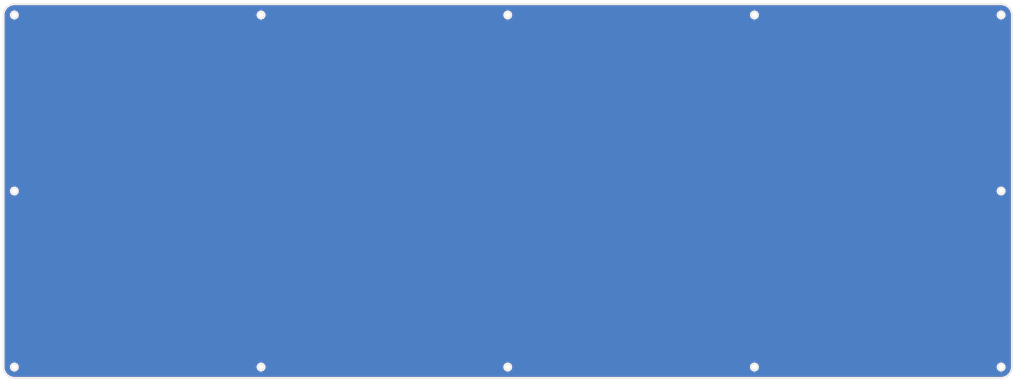
<source format=kicad_pcb>
(kicad_pcb (version 20171130) (host pcbnew "(5.0.0)")

  (general
    (thickness 1.6)
    (drawings 1)
    (tracks 0)
    (zones 0)
    (modules 2)
    (nets 2)
  )

  (page A4)
  (layers
    (0 F.Cu signal)
    (31 B.Cu signal)
    (32 B.Adhes user)
    (33 F.Adhes user)
    (34 B.Paste user)
    (35 F.Paste user)
    (36 B.SilkS user)
    (37 F.SilkS user)
    (38 B.Mask user)
    (39 F.Mask user)
    (40 Dwgs.User user)
    (41 Cmts.User user)
    (42 Eco1.User user)
    (43 Eco2.User user)
    (44 Edge.Cuts user)
    (45 Margin user)
    (46 B.CrtYd user)
    (47 F.CrtYd user)
    (48 B.Fab user)
    (49 F.Fab user)
  )

  (setup
    (last_trace_width 0.25)
    (trace_clearance 0.2)
    (zone_clearance 0.381)
    (zone_45_only no)
    (trace_min 0.2)
    (segment_width 0.2)
    (edge_width 0.15)
    (via_size 0.8)
    (via_drill 0.4)
    (via_min_size 0.4)
    (via_min_drill 0.3)
    (uvia_size 0.3)
    (uvia_drill 0.1)
    (uvias_allowed no)
    (uvia_min_size 0.2)
    (uvia_min_drill 0.1)
    (pcb_text_width 0.3)
    (pcb_text_size 1.5 1.5)
    (mod_edge_width 0.15)
    (mod_text_size 1 1)
    (mod_text_width 0.15)
    (pad_size 1.524 1.524)
    (pad_drill 0.762)
    (pad_to_mask_clearance 0.2)
    (aux_axis_origin 0 0)
    (visible_elements 7FFFFFFF)
    (pcbplotparams
      (layerselection 0x010f0_ffffffff)
      (usegerberextensions true)
      (usegerberattributes false)
      (usegerberadvancedattributes false)
      (creategerberjobfile false)
      (excludeedgelayer true)
      (linewidth 0.100000)
      (plotframeref false)
      (viasonmask false)
      (mode 1)
      (useauxorigin false)
      (hpglpennumber 1)
      (hpglpenspeed 20)
      (hpglpendiameter 15.000000)
      (psnegative false)
      (psa4output false)
      (plotreference true)
      (plotvalue true)
      (plotinvisibletext false)
      (padsonsilk false)
      (subtractmaskfromsilk true)
      (outputformat 1)
      (mirror false)
      (drillshape 0)
      (scaleselection 1)
      (outputdirectory "Gerbers"))
  )

  (net 0 "")
  (net 1 GND)

  (net_class Default "This is the default net class."
    (clearance 0.2)
    (trace_width 0.25)
    (via_dia 0.8)
    (via_drill 0.4)
    (uvia_dia 0.3)
    (uvia_drill 0.1)
    (add_net GND)
  )

  (module locallib:Outline (layer F.Cu) (tedit 5C38ED93) (tstamp 5CF25EA0)
    (at 17.065625 17.272)
    (path /5C38EB57)
    (fp_text reference O1 (at 3.0226 127.1604 180) (layer Dwgs.User)
      (effects (font (size 1 1) (thickness 0.15)))
    )
    (fp_text value Outline (at 3.0226 128.1604 180) (layer Dwgs.User)
      (effects (font (size 1 1) (thickness 0.15)))
    )
    (fp_circle (center 3.9878 131.0757) (end 5.1378 131.0757) (layer Edge.Cuts) (width 0.2))
    (fp_circle (center 270.734675 4.0132) (end 271.884675 4.0132) (layer Edge.Cuts) (width 0.2))
    (fp_circle (center 359.6503 67.54445) (end 360.8003 67.54445) (layer Edge.Cuts) (width 0.2))
    (fp_circle (center 3.9878 4.0132) (end 5.1378 4.0132) (layer Edge.Cuts) (width 0.2))
    (fp_circle (center 270.734675 131.0757) (end 271.884675 131.0757) (layer Edge.Cuts) (width 0.2))
    (fp_circle (center 359.6503 131.0757) (end 360.8003 131.0757) (layer Edge.Cuts) (width 0.2))
    (fp_circle (center 3.9878 67.54445) (end 5.1378 67.54445) (layer Edge.Cuts) (width 0.2))
    (fp_circle (center 92.903425 131.0757) (end 94.053425 131.0757) (layer Edge.Cuts) (width 0.2))
    (fp_circle (center 181.81905 4.0132) (end 182.96905 4.0132) (layer Edge.Cuts) (width 0.2))
    (fp_line (start 363.6503 4.0132) (end 363.6503 131.0757) (layer Edge.Cuts) (width 0.2))
    (fp_circle (center 359.6503 4.0132) (end 360.8003 4.0132) (layer Edge.Cuts) (width 0.2))
    (fp_arc (start 359.6503 4.0132) (end 363.6503 4.0132) (angle -90) (layer Edge.Cuts) (width 0.2))
    (fp_line (start 3.9878 0.0132) (end 359.6503 0.0132) (layer Edge.Cuts) (width 0.2))
    (fp_line (start -0.0122 131.0757) (end -0.0122 4.0132) (layer Edge.Cuts) (width 0.2))
    (fp_arc (start 359.6503 131.0757) (end 359.6503 135.0757) (angle -90) (layer Edge.Cuts) (width 0.2))
    (fp_circle (center 92.903425 4.0132) (end 94.053425 4.0132) (layer Edge.Cuts) (width 0.2))
    (fp_arc (start 3.9878 131.0757) (end -0.0122 131.0757) (angle -90) (layer Edge.Cuts) (width 0.2))
    (fp_circle (center 181.81905 131.0757) (end 182.96905 131.0757) (layer Edge.Cuts) (width 0.2))
    (fp_line (start 359.6503 135.0757) (end 3.9878 135.0757) (layer Edge.Cuts) (width 0.2))
    (fp_arc (start 3.9878 4.0132) (end 3.9878 0.0132) (angle -90) (layer Edge.Cuts) (width 0.2))
    (pad 1 smd circle (at 114.554 51.308) (size 1.524 1.524) (layers B.Cu)
      (net 1 GND))
    (pad 1 smd circle (at 114.554 51.308) (size 1.524 1.524) (layers F.Cu)
      (net 1 GND))
  )

  (module locallib:ai-10 (layer F.Cu) (tedit 0) (tstamp 5C39201F)
    (at 369.8875 142.08125)
    (fp_text reference G*** (at 0 0) (layer F.SilkS) hide
      (effects (font (size 1.524 1.524) (thickness 0.3)))
    )
    (fp_text value LOGO (at 0.75 0) (layer F.SilkS) hide
      (effects (font (size 1.524 1.524) (thickness 0.3)))
    )
    (fp_poly (pts (xy 0.320843 -1.818105) (xy -0.360947 -1.818105) (xy -0.360947 -2.499894) (xy 0.320843 -2.499894)
      (xy 0.320843 -1.818105)) (layer F.Mask) (width 0.01))
    (fp_poly (pts (xy 1.002632 -0.494631) (xy 0.320843 -0.494631) (xy 0.320843 -1.136315) (xy 1.002632 -1.136315)
      (xy 1.002632 -0.494631)) (layer F.Mask) (width 0.01))
    (fp_poly (pts (xy -0.360947 -0.494631) (xy -1.002631 -0.494631) (xy -1.002631 -1.136315) (xy -0.360947 -1.136315)
      (xy -0.360947 -0.494631)) (layer F.Mask) (width 0.01))
    (fp_poly (pts (xy 1.644316 0.868948) (xy 1.002632 0.868948) (xy 1.002632 0.187158) (xy 1.644316 0.187158)
      (xy 1.644316 0.868948)) (layer F.Mask) (width 0.01))
    (fp_poly (pts (xy 0.320843 0.868948) (xy -0.360947 0.868948) (xy -0.360947 0.187158) (xy 0.320843 0.187158)
      (xy 0.320843 0.868948)) (layer F.Mask) (width 0.01))
    (fp_poly (pts (xy -1.002631 0.868948) (xy -1.684421 0.868948) (xy -1.684421 0.187158) (xy -1.002631 0.187158)
      (xy -1.002631 0.868948)) (layer F.Mask) (width 0.01))
    (fp_poly (pts (xy 2.326106 2.192421) (xy 1.644316 2.192421) (xy 1.644316 1.510632) (xy 2.326106 1.510632)
      (xy 2.326106 2.192421)) (layer F.Mask) (width 0.01))
    (fp_poly (pts (xy -1.684421 2.192421) (xy -2.36621 2.192421) (xy -2.36621 1.510632) (xy -1.684421 1.510632)
      (xy -1.684421 2.192421)) (layer F.Mask) (width 0.01))
    (fp_poly (pts (xy 0.006685 -5.005398) (xy 0.215726 -5.00309) (xy 0.403872 -4.996089) (xy 0.576661 -4.983715)
      (xy 0.739631 -4.965289) (xy 0.898321 -4.94013) (xy 1.058269 -4.907559) (xy 1.225013 -4.866895)
      (xy 1.301271 -4.846453) (xy 1.652509 -4.736578) (xy 1.992868 -4.602961) (xy 2.321058 -4.446269)
      (xy 2.635789 -4.267169) (xy 2.935772 -4.06633) (xy 3.192016 -3.867593) (xy 3.457564 -3.630582)
      (xy 3.70571 -3.375516) (xy 3.935303 -3.104194) (xy 4.145193 -2.818413) (xy 4.334227 -2.519972)
      (xy 4.501255 -2.210668) (xy 4.645124 -1.892299) (xy 4.764683 -1.566664) (xy 4.846795 -1.283699)
      (xy 4.902492 -1.047934) (xy 4.945204 -0.825726) (xy 4.976181 -0.608005) (xy 4.996674 -0.385695)
      (xy 5.007934 -0.149726) (xy 5.009035 -0.106947) (xy 5.004455 0.260711) (xy 4.973811 0.622451)
      (xy 4.917113 0.978225) (xy 4.834369 1.327981) (xy 4.72559 1.671672) (xy 4.617468 1.947768)
      (xy 4.570172 2.057688) (xy 4.529646 2.148901) (xy 4.492814 2.227559) (xy 4.456601 2.299812)
      (xy 4.417931 2.371812) (xy 4.373727 2.44971) (xy 4.324674 2.533316) (xy 4.123885 2.847036)
      (xy 3.904761 3.14131) (xy 3.66708 3.416362) (xy 3.410619 3.672415) (xy 3.135154 3.909693)
      (xy 2.840462 4.128418) (xy 2.533316 4.324674) (xy 2.44434 4.376833) (xy 2.367013 4.420583)
      (xy 2.295183 4.459) (xy 2.2227 4.49516) (xy 2.143413 4.532138) (xy 2.051169 4.573011)
      (xy 1.947768 4.617468) (xy 1.785691 4.684075) (xy 1.636272 4.739719) (xy 1.489553 4.787698)
      (xy 1.335576 4.831308) (xy 1.196474 4.866227) (xy 0.919393 4.926108) (xy 0.654813 4.969353)
      (xy 0.395061 4.996872) (xy 0.132462 5.009576) (xy -0.020052 5.010548) (xy -0.106315 5.009681)
      (xy -0.187361 5.008493) (xy -0.257897 5.007091) (xy -0.312627 5.00558) (xy -0.346257 5.004068)
      (xy -0.347579 5.003973) (xy -0.711661 4.963633) (xy -1.069988 4.897972) (xy -1.421114 4.807523)
      (xy -1.763591 4.692822) (xy -2.095972 4.554403) (xy -2.416811 4.392801) (xy -2.724661 4.20855)
      (xy -2.978902 4.031656) (xy -3.270149 3.798651) (xy -3.540774 3.54878) (xy -3.790399 3.282593)
      (xy -4.018646 3.000644) (xy -4.225138 2.703484) (xy -4.409497 2.391667) (xy -4.571345 2.065744)
      (xy -4.710305 1.726268) (xy -4.825999 1.37379) (xy -4.846453 1.301271) (xy -4.890859 1.129829)
      (xy -4.926876 0.967598) (xy -4.955184 0.80904) (xy -4.976463 0.648618) (xy -4.991393 0.480792)
      (xy -5.000653 0.300025) (xy -5.004925 0.100777) (xy -5.005398 0.006685) (xy -5.004261 -0.086555)
      (xy -4.108136 -0.086555) (xy -4.107962 0.048414) (xy -4.105157 0.182586) (xy -4.099774 0.309115)
      (xy -4.091863 0.421154) (xy -4.085598 0.481264) (xy -4.031916 0.813554) (xy -3.953345 1.136275)
      (xy -3.850187 1.448795) (xy -3.722746 1.750482) (xy -3.571323 2.040707) (xy -3.396221 2.318837)
      (xy -3.197741 2.584242) (xy -2.976188 2.83629) (xy -2.93857 2.875386) (xy -2.712491 3.089406)
      (xy -2.467098 3.288034) (xy -2.206937 3.467941) (xy -1.936557 3.625796) (xy -1.859439 3.665691)
      (xy -1.73412 3.727416) (xy -1.62424 3.778311) (xy -1.52235 3.821372) (xy -1.421005 3.859594)
      (xy -1.312756 3.895972) (xy -1.203157 3.929647) (xy -0.884483 4.012868) (xy -0.57164 4.070891)
      (xy -0.262185 4.10394) (xy 0.046321 4.11224) (xy 0.356319 4.096019) (xy 0.46839 4.084263)
      (xy 0.783896 4.035516) (xy 1.086348 3.965101) (xy 1.37997 3.871754) (xy 1.668983 3.754213)
      (xy 1.83228 3.676406) (xy 2.11966 3.519069) (xy 2.38815 3.344357) (xy 2.639027 3.151114)
      (xy 2.873566 2.93819) (xy 3.093043 2.704429) (xy 3.298736 2.44868) (xy 3.481082 2.186543)
      (xy 3.523398 2.117167) (xy 3.572785 2.029373) (xy 3.626175 1.929257) (xy 3.680503 1.822916)
      (xy 3.732705 1.716447) (xy 3.779715 1.615944) (xy 3.818468 1.527506) (xy 3.8411 1.470527)
      (xy 3.946982 1.147931) (xy 4.026807 0.823319) (xy 4.080505 0.4976) (xy 4.10801 0.171689)
      (xy 4.109252 -0.153504) (xy 4.084164 -0.477067) (xy 4.032678 -0.798086) (xy 4.016167 -0.875631)
      (xy 3.959495 -1.105177) (xy 3.894977 -1.317696) (xy 3.819292 -1.522514) (xy 3.729117 -1.728956)
      (xy 3.665691 -1.859439) (xy 3.507872 -2.143815) (xy 3.327957 -2.414024) (xy 3.127239 -2.668854)
      (xy 2.907011 -2.907092) (xy 2.668565 -3.127526) (xy 2.413195 -3.328943) (xy 2.142194 -3.51013)
      (xy 1.856854 -3.669876) (xy 1.614022 -3.783613) (xy 1.324963 -3.895436) (xy 1.034346 -3.983011)
      (xy 0.738789 -4.047025) (xy 0.434907 -4.088166) (xy 0.119319 -4.107121) (xy 0.013369 -4.108619)
      (xy -0.320264 -4.09789) (xy -0.643005 -4.063121) (xy -0.956159 -4.003918) (xy -1.261028 -3.919888)
      (xy -1.558916 -3.810635) (xy -1.851126 -3.675766) (xy -2.138961 -3.514888) (xy -2.308556 -3.406746)
      (xy -2.543391 -3.235752) (xy -2.769409 -3.0429) (xy -2.983846 -2.831429) (xy -3.18394 -2.604579)
      (xy -3.366928 -2.36559) (xy -3.530046 -2.1177) (xy -3.670531 -1.864149) (xy -3.729134 -1.741338)
      (xy -3.83255 -1.497365) (xy -3.91715 -1.262858) (xy -3.984951 -1.030524) (xy -4.037969 -0.793071)
      (xy -4.078221 -0.543206) (xy -4.09237 -0.427789) (xy -4.100392 -0.331503) (xy -4.10563 -0.215476)
      (xy -4.108136 -0.086555) (xy -5.004261 -0.086555) (xy -5.002459 -0.23415) (xy -4.992566 -0.454557)
      (xy -4.974757 -0.660168) (xy -4.948067 -0.856614) (xy -4.911532 -1.049525) (xy -4.86419 -1.244531)
      (xy -4.805076 -1.447264) (xy -4.733226 -1.663354) (xy -4.706793 -1.737894) (xy -4.574777 -2.065842)
      (xy -4.418414 -2.383036) (xy -4.238026 -2.689035) (xy -4.033932 -2.983396) (xy -3.806456 -3.265678)
      (xy -3.555917 -3.535439) (xy -3.282638 -3.792236) (xy -3.102701 -3.944119) (xy -2.958148 -4.054423)
      (xy -2.793871 -4.167814) (xy -2.616003 -4.280568) (xy -2.430675 -4.388959) (xy -2.244019 -4.489263)
      (xy -2.062166 -4.577755) (xy -2.052052 -4.582375) (xy -1.934224 -4.632687) (xy -1.797498 -4.685547)
      (xy -1.649234 -4.738465) (xy -1.496793 -4.788948) (xy -1.347534 -4.834507) (xy -1.208818 -4.87265)
      (xy -1.155115 -4.885944) (xy -0.998106 -4.920921) (xy -0.848254 -4.94898) (xy -0.700036 -4.97069)
      (xy -0.547925 -4.986619) (xy -0.386395 -4.997335) (xy -0.20992 -5.003406) (xy -0.012976 -5.0054)
      (xy 0.006685 -5.005398)) (layer F.Mask) (width 0.01))
  )

  (gr_text "Celestine TKL Alpha" (at 50.00625 140.49375) (layer F.Mask)
    (effects (font (size 3 3) (thickness 0.3)))
  )

  (zone (net 1) (net_name GND) (layer F.Cu) (tstamp 5CF2E0AA) (hatch edge 0.508)
    (connect_pads yes (clearance 0.381))
    (min_thickness 0.254)
    (fill yes (arc_segments 16) (thermal_gap 0.508) (thermal_bridge_width 0.508))
    (polygon
      (pts
        (xy 15.875 15.875) (xy 384.96875 15.875) (xy 384.96875 154.78125) (xy 15.875 154.78125)
      )
    )
    (filled_polygon
      (pts
        (xy 377.397355 17.965546) (xy 378.050943 18.170369) (xy 378.649999 18.502431) (xy 379.170048 18.948166) (xy 379.589849 19.489369)
        (xy 379.892254 20.103936) (xy 380.066794 20.774005) (xy 380.107925 21.308556) (xy 380.107926 148.316894) (xy 380.03558 149.029125)
        (xy 379.830757 149.682716) (xy 379.498694 150.281774) (xy 379.052956 150.801825) (xy 378.511751 151.221627) (xy 377.897189 151.524029)
        (xy 377.227121 151.698569) (xy 376.692569 151.7397) (xy 21.084221 151.7397) (xy 20.372 151.667355) (xy 19.718409 151.462532)
        (xy 19.119351 151.130469) (xy 18.5993 150.684731) (xy 18.179498 150.143526) (xy 17.877096 149.528964) (xy 17.702556 148.858896)
        (xy 17.661425 148.324344) (xy 17.661425 148.04201) (xy 19.301901 148.04201) (xy 19.309287 148.693049) (xy 19.550549 149.297778)
        (xy 19.993337 149.775109) (xy 20.578275 150.061035) (xy 21.226927 150.117214) (xy 21.852314 149.936114) (xy 22.370576 149.542019)
        (xy 22.712216 148.987774) (xy 22.831425 148.3477) (xy 22.830967 148.307362) (xy 22.775291 148.04201) (xy 108.217526 148.04201)
        (xy 108.224912 148.693049) (xy 108.466174 149.297778) (xy 108.908962 149.775109) (xy 109.4939 150.061035) (xy 110.142552 150.117214)
        (xy 110.767939 149.936114) (xy 111.286201 149.542019) (xy 111.627841 148.987774) (xy 111.74705 148.3477) (xy 111.746592 148.307362)
        (xy 111.690916 148.04201) (xy 197.133151 148.04201) (xy 197.140537 148.693049) (xy 197.381799 149.297778) (xy 197.824587 149.775109)
        (xy 198.409525 150.061035) (xy 199.058177 150.117214) (xy 199.683564 149.936114) (xy 200.201826 149.542019) (xy 200.543466 148.987774)
        (xy 200.662675 148.3477) (xy 200.662217 148.307362) (xy 200.606541 148.04201) (xy 286.048776 148.04201) (xy 286.056162 148.693049)
        (xy 286.297424 149.297778) (xy 286.740212 149.775109) (xy 287.32515 150.061035) (xy 287.973802 150.117214) (xy 288.599189 149.936114)
        (xy 289.117451 149.542019) (xy 289.459091 148.987774) (xy 289.5783 148.3477) (xy 289.577842 148.307362) (xy 289.522166 148.04201)
        (xy 374.964401 148.04201) (xy 374.971787 148.693049) (xy 375.213049 149.297778) (xy 375.655837 149.775109) (xy 376.240775 150.061035)
        (xy 376.889427 150.117214) (xy 377.514814 149.936114) (xy 378.033076 149.542019) (xy 378.374716 148.987774) (xy 378.493925 148.3477)
        (xy 378.493467 148.307362) (xy 378.359768 147.670157) (xy 378.005641 147.123806) (xy 377.478572 146.74157) (xy 376.849237 146.574705)
        (xy 376.202026 146.645586) (xy 375.623726 146.944708) (xy 375.191882 147.431962) (xy 374.964401 148.04201) (xy 289.522166 148.04201)
        (xy 289.444143 147.670157) (xy 289.090016 147.123806) (xy 288.562947 146.74157) (xy 287.933612 146.574705) (xy 287.286401 146.645586)
        (xy 286.708101 146.944708) (xy 286.276257 147.431962) (xy 286.048776 148.04201) (xy 200.606541 148.04201) (xy 200.528518 147.670157)
        (xy 200.174391 147.123806) (xy 199.647322 146.74157) (xy 199.017987 146.574705) (xy 198.370776 146.645586) (xy 197.792476 146.944708)
        (xy 197.360632 147.431962) (xy 197.133151 148.04201) (xy 111.690916 148.04201) (xy 111.612893 147.670157) (xy 111.258766 147.123806)
        (xy 110.731697 146.74157) (xy 110.102362 146.574705) (xy 109.455151 146.645586) (xy 108.876851 146.944708) (xy 108.445007 147.431962)
        (xy 108.217526 148.04201) (xy 22.775291 148.04201) (xy 22.697268 147.670157) (xy 22.343141 147.123806) (xy 21.816072 146.74157)
        (xy 21.186737 146.574705) (xy 20.539526 146.645586) (xy 19.961226 146.944708) (xy 19.529382 147.431962) (xy 19.301901 148.04201)
        (xy 17.661425 148.04201) (xy 17.661425 84.51076) (xy 19.301901 84.51076) (xy 19.309287 85.161799) (xy 19.550549 85.766528)
        (xy 19.993337 86.243859) (xy 20.578275 86.529785) (xy 21.226927 86.585964) (xy 21.852314 86.404864) (xy 22.370576 86.010769)
        (xy 22.712216 85.456524) (xy 22.831425 84.81645) (xy 22.830967 84.776112) (xy 22.775291 84.51076) (xy 374.964401 84.51076)
        (xy 374.971787 85.161799) (xy 375.213049 85.766528) (xy 375.655837 86.243859) (xy 376.240775 86.529785) (xy 376.889427 86.585964)
        (xy 377.514814 86.404864) (xy 378.033076 86.010769) (xy 378.374716 85.456524) (xy 378.493925 84.81645) (xy 378.493467 84.776112)
        (xy 378.359768 84.138907) (xy 378.005641 83.592556) (xy 377.478572 83.21032) (xy 376.849237 83.043455) (xy 376.202026 83.114336)
        (xy 375.623726 83.413458) (xy 375.191882 83.900712) (xy 374.964401 84.51076) (xy 22.775291 84.51076) (xy 22.697268 84.138907)
        (xy 22.343141 83.592556) (xy 21.816072 83.21032) (xy 21.186737 83.043455) (xy 20.539526 83.114336) (xy 19.961226 83.413458)
        (xy 19.529382 83.900712) (xy 19.301901 84.51076) (xy 17.661425 84.51076) (xy 17.661425 21.315995) (xy 17.695604 20.97951)
        (xy 19.301901 20.97951) (xy 19.309287 21.630549) (xy 19.550549 22.235278) (xy 19.993337 22.712609) (xy 20.578275 22.998535)
        (xy 21.226927 23.054714) (xy 21.852314 22.873614) (xy 22.370576 22.479519) (xy 22.712216 21.925274) (xy 22.831425 21.2852)
        (xy 22.830967 21.244862) (xy 22.775291 20.97951) (xy 108.217526 20.97951) (xy 108.224912 21.630549) (xy 108.466174 22.235278)
        (xy 108.908962 22.712609) (xy 109.4939 22.998535) (xy 110.142552 23.054714) (xy 110.767939 22.873614) (xy 111.286201 22.479519)
        (xy 111.627841 21.925274) (xy 111.74705 21.2852) (xy 111.746592 21.244862) (xy 111.690916 20.97951) (xy 197.133151 20.97951)
        (xy 197.140537 21.630549) (xy 197.381799 22.235278) (xy 197.824587 22.712609) (xy 198.409525 22.998535) (xy 199.058177 23.054714)
        (xy 199.683564 22.873614) (xy 200.201826 22.479519) (xy 200.543466 21.925274) (xy 200.662675 21.2852) (xy 200.662217 21.244862)
        (xy 200.606541 20.97951) (xy 286.048776 20.97951) (xy 286.056162 21.630549) (xy 286.297424 22.235278) (xy 286.740212 22.712609)
        (xy 287.32515 22.998535) (xy 287.973802 23.054714) (xy 288.599189 22.873614) (xy 289.117451 22.479519) (xy 289.459091 21.925274)
        (xy 289.5783 21.2852) (xy 289.577842 21.244862) (xy 289.522166 20.97951) (xy 374.964401 20.97951) (xy 374.971787 21.630549)
        (xy 375.213049 22.235278) (xy 375.655837 22.712609) (xy 376.240775 22.998535) (xy 376.889427 23.054714) (xy 377.514814 22.873614)
        (xy 378.033076 22.479519) (xy 378.374716 21.925274) (xy 378.493925 21.2852) (xy 378.493467 21.244862) (xy 378.359768 20.607657)
        (xy 378.005641 20.061306) (xy 377.478572 19.67907) (xy 376.849237 19.512205) (xy 376.202026 19.583086) (xy 375.623726 19.882208)
        (xy 375.191882 20.369462) (xy 374.964401 20.97951) (xy 289.522166 20.97951) (xy 289.444143 20.607657) (xy 289.090016 20.061306)
        (xy 288.562947 19.67907) (xy 287.933612 19.512205) (xy 287.286401 19.583086) (xy 286.708101 19.882208) (xy 286.276257 20.369462)
        (xy 286.048776 20.97951) (xy 200.606541 20.97951) (xy 200.528518 20.607657) (xy 200.174391 20.061306) (xy 199.647322 19.67907)
        (xy 199.017987 19.512205) (xy 198.370776 19.583086) (xy 197.792476 19.882208) (xy 197.360632 20.369462) (xy 197.133151 20.97951)
        (xy 111.690916 20.97951) (xy 111.612893 20.607657) (xy 111.258766 20.061306) (xy 110.731697 19.67907) (xy 110.102362 19.512205)
        (xy 109.455151 19.583086) (xy 108.876851 19.882208) (xy 108.445007 20.369462) (xy 108.217526 20.97951) (xy 22.775291 20.97951)
        (xy 22.697268 20.607657) (xy 22.343141 20.061306) (xy 21.816072 19.67907) (xy 21.186737 19.512205) (xy 20.539526 19.583086)
        (xy 19.961226 19.882208) (xy 19.529382 20.369462) (xy 19.301901 20.97951) (xy 17.695604 20.97951) (xy 17.733771 20.60377)
        (xy 17.938594 19.950182) (xy 18.270656 19.351126) (xy 18.716391 18.831077) (xy 19.257594 18.411276) (xy 19.872161 18.108871)
        (xy 20.54223 17.934331) (xy 21.076781 17.8932) (xy 376.68513 17.8932)
      )
    )
  )
  (zone (net 1) (net_name GND) (layer B.Cu) (tstamp 5CF2E0A7) (hatch edge 0.508)
    (connect_pads yes (clearance 0.381))
    (min_thickness 0.254)
    (fill yes (arc_segments 16) (thermal_gap 0.508) (thermal_bridge_width 0.508))
    (polygon
      (pts
        (xy 15.875 15.875) (xy 384.96875 15.875) (xy 384.96875 154.78125) (xy 15.875 154.78125)
      )
    )
    (filled_polygon
      (pts
        (xy 377.397355 17.965546) (xy 378.050943 18.170369) (xy 378.649999 18.502431) (xy 379.170048 18.948166) (xy 379.589849 19.489369)
        (xy 379.892254 20.103936) (xy 380.066794 20.774005) (xy 380.107925 21.308556) (xy 380.107926 148.316894) (xy 380.03558 149.029125)
        (xy 379.830757 149.682716) (xy 379.498694 150.281774) (xy 379.052956 150.801825) (xy 378.511751 151.221627) (xy 377.897189 151.524029)
        (xy 377.227121 151.698569) (xy 376.692569 151.7397) (xy 21.084221 151.7397) (xy 20.372 151.667355) (xy 19.718409 151.462532)
        (xy 19.119351 151.130469) (xy 18.5993 150.684731) (xy 18.179498 150.143526) (xy 17.877096 149.528964) (xy 17.702556 148.858896)
        (xy 17.661425 148.324344) (xy 17.661425 148.04201) (xy 19.301901 148.04201) (xy 19.309287 148.693049) (xy 19.550549 149.297778)
        (xy 19.993337 149.775109) (xy 20.578275 150.061035) (xy 21.226927 150.117214) (xy 21.852314 149.936114) (xy 22.370576 149.542019)
        (xy 22.712216 148.987774) (xy 22.831425 148.3477) (xy 22.830967 148.307362) (xy 22.775291 148.04201) (xy 108.217526 148.04201)
        (xy 108.224912 148.693049) (xy 108.466174 149.297778) (xy 108.908962 149.775109) (xy 109.4939 150.061035) (xy 110.142552 150.117214)
        (xy 110.767939 149.936114) (xy 111.286201 149.542019) (xy 111.627841 148.987774) (xy 111.74705 148.3477) (xy 111.746592 148.307362)
        (xy 111.690916 148.04201) (xy 197.133151 148.04201) (xy 197.140537 148.693049) (xy 197.381799 149.297778) (xy 197.824587 149.775109)
        (xy 198.409525 150.061035) (xy 199.058177 150.117214) (xy 199.683564 149.936114) (xy 200.201826 149.542019) (xy 200.543466 148.987774)
        (xy 200.662675 148.3477) (xy 200.662217 148.307362) (xy 200.606541 148.04201) (xy 286.048776 148.04201) (xy 286.056162 148.693049)
        (xy 286.297424 149.297778) (xy 286.740212 149.775109) (xy 287.32515 150.061035) (xy 287.973802 150.117214) (xy 288.599189 149.936114)
        (xy 289.117451 149.542019) (xy 289.459091 148.987774) (xy 289.5783 148.3477) (xy 289.577842 148.307362) (xy 289.522166 148.04201)
        (xy 374.964401 148.04201) (xy 374.971787 148.693049) (xy 375.213049 149.297778) (xy 375.655837 149.775109) (xy 376.240775 150.061035)
        (xy 376.889427 150.117214) (xy 377.514814 149.936114) (xy 378.033076 149.542019) (xy 378.374716 148.987774) (xy 378.493925 148.3477)
        (xy 378.493467 148.307362) (xy 378.359768 147.670157) (xy 378.005641 147.123806) (xy 377.478572 146.74157) (xy 376.849237 146.574705)
        (xy 376.202026 146.645586) (xy 375.623726 146.944708) (xy 375.191882 147.431962) (xy 374.964401 148.04201) (xy 289.522166 148.04201)
        (xy 289.444143 147.670157) (xy 289.090016 147.123806) (xy 288.562947 146.74157) (xy 287.933612 146.574705) (xy 287.286401 146.645586)
        (xy 286.708101 146.944708) (xy 286.276257 147.431962) (xy 286.048776 148.04201) (xy 200.606541 148.04201) (xy 200.528518 147.670157)
        (xy 200.174391 147.123806) (xy 199.647322 146.74157) (xy 199.017987 146.574705) (xy 198.370776 146.645586) (xy 197.792476 146.944708)
        (xy 197.360632 147.431962) (xy 197.133151 148.04201) (xy 111.690916 148.04201) (xy 111.612893 147.670157) (xy 111.258766 147.123806)
        (xy 110.731697 146.74157) (xy 110.102362 146.574705) (xy 109.455151 146.645586) (xy 108.876851 146.944708) (xy 108.445007 147.431962)
        (xy 108.217526 148.04201) (xy 22.775291 148.04201) (xy 22.697268 147.670157) (xy 22.343141 147.123806) (xy 21.816072 146.74157)
        (xy 21.186737 146.574705) (xy 20.539526 146.645586) (xy 19.961226 146.944708) (xy 19.529382 147.431962) (xy 19.301901 148.04201)
        (xy 17.661425 148.04201) (xy 17.661425 84.51076) (xy 19.301901 84.51076) (xy 19.309287 85.161799) (xy 19.550549 85.766528)
        (xy 19.993337 86.243859) (xy 20.578275 86.529785) (xy 21.226927 86.585964) (xy 21.852314 86.404864) (xy 22.370576 86.010769)
        (xy 22.712216 85.456524) (xy 22.831425 84.81645) (xy 22.830967 84.776112) (xy 22.775291 84.51076) (xy 374.964401 84.51076)
        (xy 374.971787 85.161799) (xy 375.213049 85.766528) (xy 375.655837 86.243859) (xy 376.240775 86.529785) (xy 376.889427 86.585964)
        (xy 377.514814 86.404864) (xy 378.033076 86.010769) (xy 378.374716 85.456524) (xy 378.493925 84.81645) (xy 378.493467 84.776112)
        (xy 378.359768 84.138907) (xy 378.005641 83.592556) (xy 377.478572 83.21032) (xy 376.849237 83.043455) (xy 376.202026 83.114336)
        (xy 375.623726 83.413458) (xy 375.191882 83.900712) (xy 374.964401 84.51076) (xy 22.775291 84.51076) (xy 22.697268 84.138907)
        (xy 22.343141 83.592556) (xy 21.816072 83.21032) (xy 21.186737 83.043455) (xy 20.539526 83.114336) (xy 19.961226 83.413458)
        (xy 19.529382 83.900712) (xy 19.301901 84.51076) (xy 17.661425 84.51076) (xy 17.661425 21.315995) (xy 17.695604 20.97951)
        (xy 19.301901 20.97951) (xy 19.309287 21.630549) (xy 19.550549 22.235278) (xy 19.993337 22.712609) (xy 20.578275 22.998535)
        (xy 21.226927 23.054714) (xy 21.852314 22.873614) (xy 22.370576 22.479519) (xy 22.712216 21.925274) (xy 22.831425 21.2852)
        (xy 22.830967 21.244862) (xy 22.775291 20.97951) (xy 108.217526 20.97951) (xy 108.224912 21.630549) (xy 108.466174 22.235278)
        (xy 108.908962 22.712609) (xy 109.4939 22.998535) (xy 110.142552 23.054714) (xy 110.767939 22.873614) (xy 111.286201 22.479519)
        (xy 111.627841 21.925274) (xy 111.74705 21.2852) (xy 111.746592 21.244862) (xy 111.690916 20.97951) (xy 197.133151 20.97951)
        (xy 197.140537 21.630549) (xy 197.381799 22.235278) (xy 197.824587 22.712609) (xy 198.409525 22.998535) (xy 199.058177 23.054714)
        (xy 199.683564 22.873614) (xy 200.201826 22.479519) (xy 200.543466 21.925274) (xy 200.662675 21.2852) (xy 200.662217 21.244862)
        (xy 200.606541 20.97951) (xy 286.048776 20.97951) (xy 286.056162 21.630549) (xy 286.297424 22.235278) (xy 286.740212 22.712609)
        (xy 287.32515 22.998535) (xy 287.973802 23.054714) (xy 288.599189 22.873614) (xy 289.117451 22.479519) (xy 289.459091 21.925274)
        (xy 289.5783 21.2852) (xy 289.577842 21.244862) (xy 289.522166 20.97951) (xy 374.964401 20.97951) (xy 374.971787 21.630549)
        (xy 375.213049 22.235278) (xy 375.655837 22.712609) (xy 376.240775 22.998535) (xy 376.889427 23.054714) (xy 377.514814 22.873614)
        (xy 378.033076 22.479519) (xy 378.374716 21.925274) (xy 378.493925 21.2852) (xy 378.493467 21.244862) (xy 378.359768 20.607657)
        (xy 378.005641 20.061306) (xy 377.478572 19.67907) (xy 376.849237 19.512205) (xy 376.202026 19.583086) (xy 375.623726 19.882208)
        (xy 375.191882 20.369462) (xy 374.964401 20.97951) (xy 289.522166 20.97951) (xy 289.444143 20.607657) (xy 289.090016 20.061306)
        (xy 288.562947 19.67907) (xy 287.933612 19.512205) (xy 287.286401 19.583086) (xy 286.708101 19.882208) (xy 286.276257 20.369462)
        (xy 286.048776 20.97951) (xy 200.606541 20.97951) (xy 200.528518 20.607657) (xy 200.174391 20.061306) (xy 199.647322 19.67907)
        (xy 199.017987 19.512205) (xy 198.370776 19.583086) (xy 197.792476 19.882208) (xy 197.360632 20.369462) (xy 197.133151 20.97951)
        (xy 111.690916 20.97951) (xy 111.612893 20.607657) (xy 111.258766 20.061306) (xy 110.731697 19.67907) (xy 110.102362 19.512205)
        (xy 109.455151 19.583086) (xy 108.876851 19.882208) (xy 108.445007 20.369462) (xy 108.217526 20.97951) (xy 22.775291 20.97951)
        (xy 22.697268 20.607657) (xy 22.343141 20.061306) (xy 21.816072 19.67907) (xy 21.186737 19.512205) (xy 20.539526 19.583086)
        (xy 19.961226 19.882208) (xy 19.529382 20.369462) (xy 19.301901 20.97951) (xy 17.695604 20.97951) (xy 17.733771 20.60377)
        (xy 17.938594 19.950182) (xy 18.270656 19.351126) (xy 18.716391 18.831077) (xy 19.257594 18.411276) (xy 19.872161 18.108871)
        (xy 20.54223 17.934331) (xy 21.076781 17.8932) (xy 376.68513 17.8932)
      )
    )
  )
)

</source>
